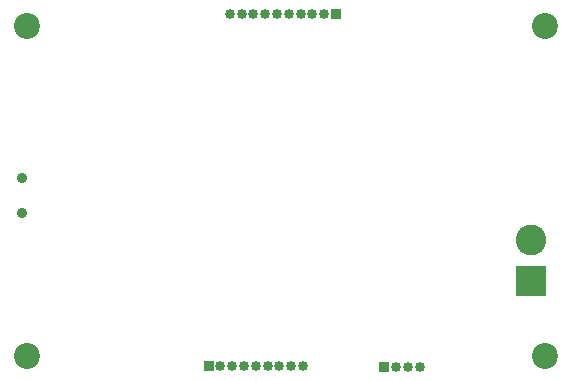
<source format=gbr>
%TF.GenerationSoftware,KiCad,Pcbnew,(6.0.0)*%
%TF.CreationDate,2022-11-12T11:45:22+03:00*%
%TF.ProjectId,RoBEC,526f4245-432e-46b6-9963-61645f706362,rev?*%
%TF.SameCoordinates,Original*%
%TF.FileFunction,Soldermask,Bot*%
%TF.FilePolarity,Negative*%
%FSLAX46Y46*%
G04 Gerber Fmt 4.6, Leading zero omitted, Abs format (unit mm)*
G04 Created by KiCad (PCBNEW (6.0.0)) date 2022-11-12 11:45:22*
%MOMM*%
%LPD*%
G01*
G04 APERTURE LIST*
%ADD10R,0.850000X0.850000*%
%ADD11O,0.850000X0.850000*%
%ADD12R,2.600000X2.600000*%
%ADD13C,2.600000*%
%ADD14C,0.900000*%
%ADD15C,2.200000*%
G04 APERTURE END LIST*
D10*
%TO.C,USART*%
X162962500Y-116105000D03*
D11*
X163962500Y-116105000D03*
X164962500Y-116105000D03*
X165962500Y-116105000D03*
%TD*%
D10*
%TO.C,SWD*%
X158862500Y-86205000D03*
D11*
X157862500Y-86205000D03*
X156862500Y-86205000D03*
X155862500Y-86205000D03*
X154862500Y-86205000D03*
X153862500Y-86205000D03*
X152862500Y-86205000D03*
X151862500Y-86205000D03*
X150862500Y-86205000D03*
X149862500Y-86205000D03*
%TD*%
D12*
%TO.C,J1*%
X175407500Y-108855000D03*
D13*
X175407500Y-105355000D03*
%TD*%
D14*
%TO.C,SW*%
X132232500Y-103105000D03*
X132232500Y-100105000D03*
%TD*%
D15*
%TO.C,H3*%
X176562500Y-87205000D03*
%TD*%
%TO.C,H2*%
X176562500Y-115205000D03*
%TD*%
%TO.C,H1*%
X132662500Y-115205000D03*
%TD*%
%TO.C,H4*%
X132662500Y-87205000D03*
%TD*%
D10*
%TO.C,SPI*%
X148062500Y-116005000D03*
D11*
X149062500Y-116005000D03*
X150062500Y-116005000D03*
X151062500Y-116005000D03*
X152062500Y-116005000D03*
X153062500Y-116005000D03*
X154062500Y-116005000D03*
X155062500Y-116005000D03*
X156062500Y-116005000D03*
%TD*%
M02*

</source>
